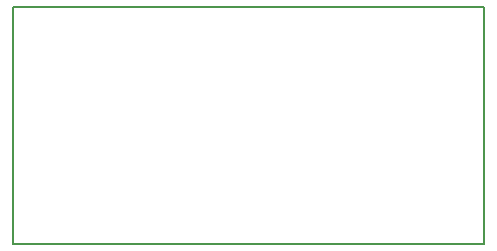
<source format=gbr>
%TF.GenerationSoftware,KiCad,Pcbnew,(5.0.0)*%
%TF.CreationDate,2019-10-30T12:42:45-05:00*%
%TF.ProjectId,Light-Up Hat,4C696768742D5570204861742E6B6963,rev?*%
%TF.SameCoordinates,Original*%
%TF.FileFunction,Paste,Bot*%
%TF.FilePolarity,Positive*%
%FSLAX46Y46*%
G04 Gerber Fmt 4.6, Leading zero omitted, Abs format (unit mm)*
G04 Created by KiCad (PCBNEW (5.0.0)) date 10/30/19 12:42:45*
%MOMM*%
%LPD*%
G01*
G04 APERTURE LIST*
%ADD10C,0.200000*%
G04 APERTURE END LIST*
D10*
X124460000Y-111506000D02*
X124460000Y-91440000D01*
X164338000Y-111506000D02*
X124460000Y-111506000D01*
X164338000Y-91440000D02*
X164338000Y-111506000D01*
X124460000Y-91440000D02*
X164338000Y-91440000D01*
M02*

</source>
